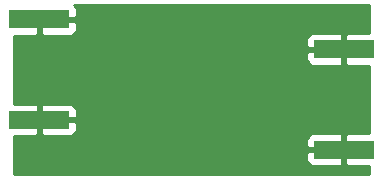
<source format=gbr>
G04 #@! TF.GenerationSoftware,KiCad,Pcbnew,(6.0.0-rc1-dev-305-gf0b8b21)*
G04 #@! TF.CreationDate,2020-01-07T14:49:24-08:00*
G04 #@! TF.ProjectId,Untitled,556E7469746C65642E6B696361645F70,rev?*
G04 #@! TF.SameCoordinates,Original*
G04 #@! TF.FileFunction,Copper,L2,Bot,Signal*
G04 #@! TF.FilePolarity,Positive*
%FSLAX46Y46*%
G04 Gerber Fmt 4.6, Leading zero omitted, Abs format (unit mm)*
G04 Created by KiCad (PCBNEW (6.0.0-rc1-dev-305-gf0b8b21)) date Tuesday, January 07, 2020 at 02:49:24 PM*
%MOMM*%
%LPD*%
G01*
G04 APERTURE LIST*
G04 #@! TA.AperFunction,SMDPad,CuDef*
%ADD10R,5.080000X1.500000*%
G04 #@! TD*
G04 #@! TA.AperFunction,Conductor*
%ADD11C,0.254000*%
G04 #@! TD*
G04 APERTURE END LIST*
D10*
G04 #@! TO.P,J1,2*
G04 #@! TO.N,GND*
X128143000Y-77047001D03*
X128143000Y-85547001D03*
G04 #@! TD*
G04 #@! TO.P,J2,2*
G04 #@! TO.N,GND*
X153949400Y-79570000D03*
X153949400Y-88070000D03*
G04 #@! TD*
D11*
G04 #@! TO.N,GND*
G36*
X156058001Y-78185000D02*
X154235150Y-78185000D01*
X154076400Y-78343750D01*
X154076400Y-79443000D01*
X154096400Y-79443000D01*
X154096400Y-79697000D01*
X154076400Y-79697000D01*
X154076400Y-80796250D01*
X154235150Y-80955000D01*
X156058001Y-80955000D01*
X156058000Y-86685000D01*
X154235150Y-86685000D01*
X154076400Y-86843750D01*
X154076400Y-87943000D01*
X154096400Y-87943000D01*
X154096400Y-88197000D01*
X154076400Y-88197000D01*
X154076400Y-89296250D01*
X154235150Y-89455000D01*
X156058000Y-89455000D01*
X156058000Y-90145000D01*
X126009000Y-90145000D01*
X126009000Y-88355750D01*
X150774400Y-88355750D01*
X150774400Y-88946309D01*
X150871073Y-89179698D01*
X151049701Y-89358327D01*
X151283090Y-89455000D01*
X153663650Y-89455000D01*
X153822400Y-89296250D01*
X153822400Y-88197000D01*
X150933150Y-88197000D01*
X150774400Y-88355750D01*
X126009000Y-88355750D01*
X126009000Y-87193691D01*
X150774400Y-87193691D01*
X150774400Y-87784250D01*
X150933150Y-87943000D01*
X153822400Y-87943000D01*
X153822400Y-86843750D01*
X153663650Y-86685000D01*
X151283090Y-86685000D01*
X151049701Y-86781673D01*
X150871073Y-86960302D01*
X150774400Y-87193691D01*
X126009000Y-87193691D01*
X126009000Y-86932001D01*
X127857250Y-86932001D01*
X128016000Y-86773251D01*
X128016000Y-85674001D01*
X128270000Y-85674001D01*
X128270000Y-86773251D01*
X128428750Y-86932001D01*
X130809310Y-86932001D01*
X131042699Y-86835328D01*
X131221327Y-86656699D01*
X131318000Y-86423310D01*
X131318000Y-85832751D01*
X131159250Y-85674001D01*
X128270000Y-85674001D01*
X128016000Y-85674001D01*
X127996000Y-85674001D01*
X127996000Y-85420001D01*
X128016000Y-85420001D01*
X128016000Y-84320751D01*
X128270000Y-84320751D01*
X128270000Y-85420001D01*
X131159250Y-85420001D01*
X131318000Y-85261251D01*
X131318000Y-84670692D01*
X131221327Y-84437303D01*
X131042699Y-84258674D01*
X130809310Y-84162001D01*
X128428750Y-84162001D01*
X128270000Y-84320751D01*
X128016000Y-84320751D01*
X127857250Y-84162001D01*
X126009000Y-84162001D01*
X126009000Y-79855750D01*
X150774400Y-79855750D01*
X150774400Y-80446309D01*
X150871073Y-80679698D01*
X151049701Y-80858327D01*
X151283090Y-80955000D01*
X153663650Y-80955000D01*
X153822400Y-80796250D01*
X153822400Y-79697000D01*
X150933150Y-79697000D01*
X150774400Y-79855750D01*
X126009000Y-79855750D01*
X126009000Y-78693691D01*
X150774400Y-78693691D01*
X150774400Y-79284250D01*
X150933150Y-79443000D01*
X153822400Y-79443000D01*
X153822400Y-78343750D01*
X153663650Y-78185000D01*
X151283090Y-78185000D01*
X151049701Y-78281673D01*
X150871073Y-78460302D01*
X150774400Y-78693691D01*
X126009000Y-78693691D01*
X126009000Y-78432001D01*
X127857250Y-78432001D01*
X128016000Y-78273251D01*
X128016000Y-77174001D01*
X128270000Y-77174001D01*
X128270000Y-78273251D01*
X128428750Y-78432001D01*
X130809310Y-78432001D01*
X131042699Y-78335328D01*
X131221327Y-78156699D01*
X131318000Y-77923310D01*
X131318000Y-77332751D01*
X131159250Y-77174001D01*
X128270000Y-77174001D01*
X128016000Y-77174001D01*
X127996000Y-77174001D01*
X127996000Y-76920001D01*
X128016000Y-76920001D01*
X128016000Y-76900001D01*
X128270000Y-76900001D01*
X128270000Y-76920001D01*
X131159250Y-76920001D01*
X131318000Y-76761251D01*
X131318000Y-76170692D01*
X131221327Y-75937303D01*
X131128025Y-75844000D01*
X156058001Y-75844000D01*
X156058001Y-78185000D01*
X156058001Y-78185000D01*
G37*
X156058001Y-78185000D02*
X154235150Y-78185000D01*
X154076400Y-78343750D01*
X154076400Y-79443000D01*
X154096400Y-79443000D01*
X154096400Y-79697000D01*
X154076400Y-79697000D01*
X154076400Y-80796250D01*
X154235150Y-80955000D01*
X156058001Y-80955000D01*
X156058000Y-86685000D01*
X154235150Y-86685000D01*
X154076400Y-86843750D01*
X154076400Y-87943000D01*
X154096400Y-87943000D01*
X154096400Y-88197000D01*
X154076400Y-88197000D01*
X154076400Y-89296250D01*
X154235150Y-89455000D01*
X156058000Y-89455000D01*
X156058000Y-90145000D01*
X126009000Y-90145000D01*
X126009000Y-88355750D01*
X150774400Y-88355750D01*
X150774400Y-88946309D01*
X150871073Y-89179698D01*
X151049701Y-89358327D01*
X151283090Y-89455000D01*
X153663650Y-89455000D01*
X153822400Y-89296250D01*
X153822400Y-88197000D01*
X150933150Y-88197000D01*
X150774400Y-88355750D01*
X126009000Y-88355750D01*
X126009000Y-87193691D01*
X150774400Y-87193691D01*
X150774400Y-87784250D01*
X150933150Y-87943000D01*
X153822400Y-87943000D01*
X153822400Y-86843750D01*
X153663650Y-86685000D01*
X151283090Y-86685000D01*
X151049701Y-86781673D01*
X150871073Y-86960302D01*
X150774400Y-87193691D01*
X126009000Y-87193691D01*
X126009000Y-86932001D01*
X127857250Y-86932001D01*
X128016000Y-86773251D01*
X128016000Y-85674001D01*
X128270000Y-85674001D01*
X128270000Y-86773251D01*
X128428750Y-86932001D01*
X130809310Y-86932001D01*
X131042699Y-86835328D01*
X131221327Y-86656699D01*
X131318000Y-86423310D01*
X131318000Y-85832751D01*
X131159250Y-85674001D01*
X128270000Y-85674001D01*
X128016000Y-85674001D01*
X127996000Y-85674001D01*
X127996000Y-85420001D01*
X128016000Y-85420001D01*
X128016000Y-84320751D01*
X128270000Y-84320751D01*
X128270000Y-85420001D01*
X131159250Y-85420001D01*
X131318000Y-85261251D01*
X131318000Y-84670692D01*
X131221327Y-84437303D01*
X131042699Y-84258674D01*
X130809310Y-84162001D01*
X128428750Y-84162001D01*
X128270000Y-84320751D01*
X128016000Y-84320751D01*
X127857250Y-84162001D01*
X126009000Y-84162001D01*
X126009000Y-79855750D01*
X150774400Y-79855750D01*
X150774400Y-80446309D01*
X150871073Y-80679698D01*
X151049701Y-80858327D01*
X151283090Y-80955000D01*
X153663650Y-80955000D01*
X153822400Y-80796250D01*
X153822400Y-79697000D01*
X150933150Y-79697000D01*
X150774400Y-79855750D01*
X126009000Y-79855750D01*
X126009000Y-78693691D01*
X150774400Y-78693691D01*
X150774400Y-79284250D01*
X150933150Y-79443000D01*
X153822400Y-79443000D01*
X153822400Y-78343750D01*
X153663650Y-78185000D01*
X151283090Y-78185000D01*
X151049701Y-78281673D01*
X150871073Y-78460302D01*
X150774400Y-78693691D01*
X126009000Y-78693691D01*
X126009000Y-78432001D01*
X127857250Y-78432001D01*
X128016000Y-78273251D01*
X128016000Y-77174001D01*
X128270000Y-77174001D01*
X128270000Y-78273251D01*
X128428750Y-78432001D01*
X130809310Y-78432001D01*
X131042699Y-78335328D01*
X131221327Y-78156699D01*
X131318000Y-77923310D01*
X131318000Y-77332751D01*
X131159250Y-77174001D01*
X128270000Y-77174001D01*
X128016000Y-77174001D01*
X127996000Y-77174001D01*
X127996000Y-76920001D01*
X128016000Y-76920001D01*
X128016000Y-76900001D01*
X128270000Y-76900001D01*
X128270000Y-76920001D01*
X131159250Y-76920001D01*
X131318000Y-76761251D01*
X131318000Y-76170692D01*
X131221327Y-75937303D01*
X131128025Y-75844000D01*
X156058001Y-75844000D01*
X156058001Y-78185000D01*
G04 #@! TD*
M02*

</source>
